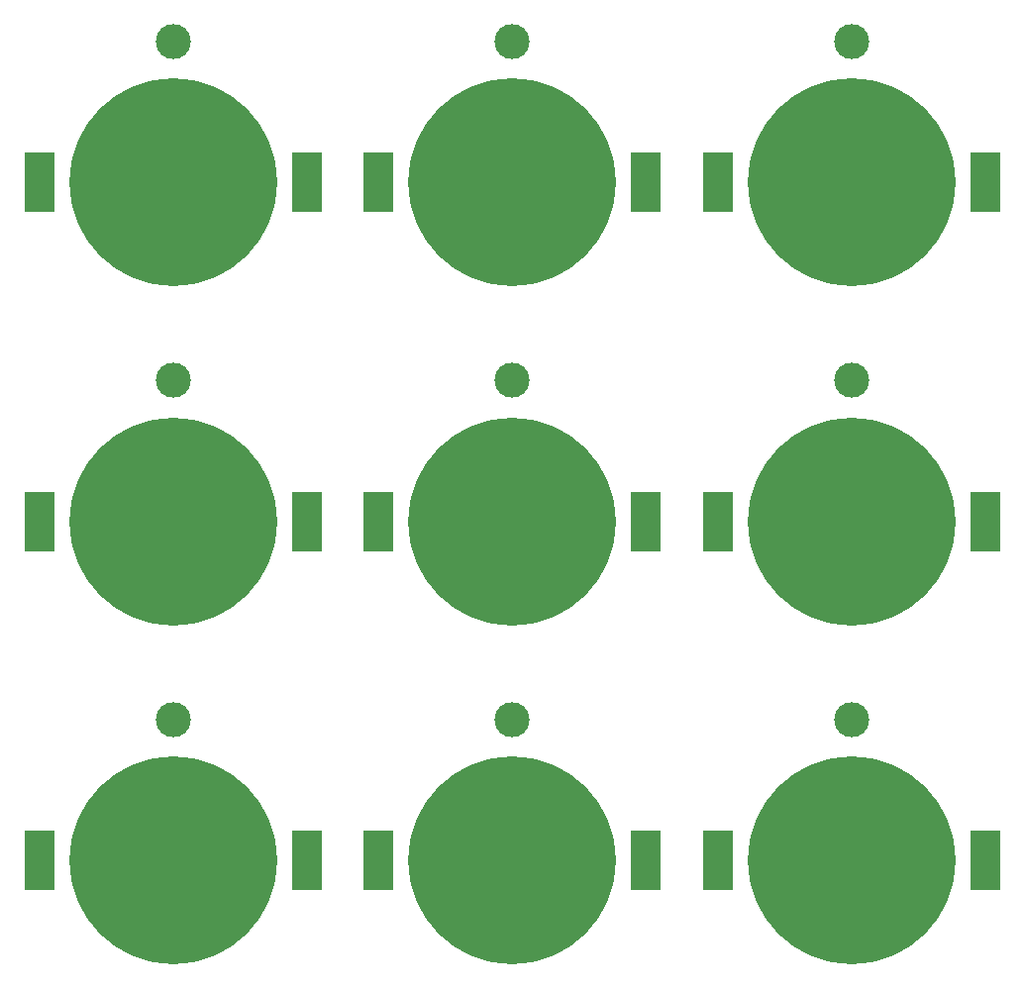
<source format=gbs>
%MOIN*%
%OFA0B0*%
%FSLAX46Y46*%
%IPPOS*%
%LPD*%
%ADD10C,0.0039370078740157488*%
%ADD11C,0.70000000000000007*%
%ADD12R,0.1X0.2*%
%ADD13C,0.11811023622047245*%
%ADD24C,0.0039370078740157488*%
%ADD25C,0.70000000000000007*%
%ADD26R,0.1X0.2*%
%ADD27C,0.11811023622047245*%
%ADD28C,0.0039370078740157488*%
%ADD29C,0.70000000000000007*%
%ADD30R,0.1X0.2*%
%ADD31C,0.11811023622047245*%
%ADD32C,0.0039370078740157488*%
%ADD33C,0.70000000000000007*%
%ADD34R,0.1X0.2*%
%ADD35C,0.11811023622047245*%
%ADD36C,0.0039370078740157488*%
%ADD37C,0.70000000000000007*%
%ADD38R,0.1X0.2*%
%ADD39C,0.11811023622047245*%
%ADD40C,0.0039370078740157488*%
%ADD41C,0.70000000000000007*%
%ADD42R,0.1X0.2*%
%ADD43C,0.11811023622047245*%
%ADD44C,0.0039370078740157488*%
%ADD45C,0.70000000000000007*%
%ADD46R,0.1X0.2*%
%ADD47C,0.11811023622047245*%
%ADD48C,0.0039370078740157488*%
%ADD49C,0.70000000000000007*%
%ADD50R,0.1X0.2*%
%ADD51C,0.11811023622047245*%
%ADD52C,0.0039370078740157488*%
%ADD53C,0.70000000000000007*%
%ADD54R,0.1X0.2*%
%ADD55C,0.11811023622047245*%
G01G01*
D10*
D11*
X-0007643492Y0004156443D02*
X0000531507Y0000481443D03*
D12*
X0000981507Y0000481443D03*
X0000081507Y0000481443D03*
D13*
X0000531507Y0000956443D03*
G04 next file*
G04 #@! TF.FileFunction,Soldermask,Bot*
G04 Gerber Fmt 4.6, Leading zero omitted, Abs format (unit mm)*
G04 Created by KiCad (PCBNEW 4.0.7) date 06/28/18 12:26:11*
G01G01*
G04 APERTURE LIST*
G04 APERTURE END LIST*
D24*
D25*
X-0006501738Y0004156443D02*
X0001673261Y0000481443D03*
D26*
X0002123261Y0000481443D03*
X0001223261Y0000481443D03*
D27*
X0001673261Y0000956443D03*
G04 next file*
G04 #@! TF.FileFunction,Soldermask,Bot*
G04 Gerber Fmt 4.6, Leading zero omitted, Abs format (unit mm)*
G04 Created by KiCad (PCBNEW 4.0.7) date 06/28/18 12:26:11*
G01G01*
G04 APERTURE LIST*
G04 APERTURE END LIST*
D28*
D29*
X-0005359983Y0004156443D02*
X0002815016Y0000481443D03*
D30*
X0003265016Y0000481443D03*
X0002365016Y0000481443D03*
D31*
X0002815016Y0000956443D03*
G04 next file*
G04 #@! TF.FileFunction,Soldermask,Bot*
G04 Gerber Fmt 4.6, Leading zero omitted, Abs format (unit mm)*
G04 Created by KiCad (PCBNEW 4.0.7) date 06/28/18 12:26:11*
G01G01*
G04 APERTURE LIST*
G04 APERTURE END LIST*
D32*
D33*
X-0007643492Y0005298069D02*
X0000531507Y0001623069D03*
D34*
X0000981507Y0001623069D03*
X0000081507Y0001623069D03*
D35*
X0000531507Y0002098069D03*
G04 next file*
G04 #@! TF.FileFunction,Soldermask,Bot*
G04 Gerber Fmt 4.6, Leading zero omitted, Abs format (unit mm)*
G04 Created by KiCad (PCBNEW 4.0.7) date 06/28/18 12:26:11*
G01G01*
G04 APERTURE LIST*
G04 APERTURE END LIST*
D36*
D37*
X-0007643492Y0006439695D02*
X0000531507Y0002764695D03*
D38*
X0000981507Y0002764695D03*
X0000081507Y0002764695D03*
D39*
X0000531507Y0003239695D03*
G04 next file*
G04 #@! TF.FileFunction,Soldermask,Bot*
G04 Gerber Fmt 4.6, Leading zero omitted, Abs format (unit mm)*
G04 Created by KiCad (PCBNEW 4.0.7) date 06/28/18 12:26:11*
G01G01*
G04 APERTURE LIST*
G04 APERTURE END LIST*
D40*
D41*
X-0006501738Y0005298069D02*
X0001673261Y0001623069D03*
D42*
X0002123261Y0001623069D03*
X0001223261Y0001623069D03*
D43*
X0001673261Y0002098069D03*
G04 next file*
G04 #@! TF.FileFunction,Soldermask,Bot*
G04 Gerber Fmt 4.6, Leading zero omitted, Abs format (unit mm)*
G04 Created by KiCad (PCBNEW 4.0.7) date 06/28/18 12:26:11*
G01G01*
G04 APERTURE LIST*
G04 APERTURE END LIST*
D44*
D45*
X-0005359983Y0005298069D02*
X0002815016Y0001623069D03*
D46*
X0003265016Y0001623069D03*
X0002365016Y0001623069D03*
D47*
X0002815016Y0002098069D03*
G04 next file*
G04 #@! TF.FileFunction,Soldermask,Bot*
G04 Gerber Fmt 4.6, Leading zero omitted, Abs format (unit mm)*
G04 Created by KiCad (PCBNEW 4.0.7) date 06/28/18 12:26:11*
G01G01*
G04 APERTURE LIST*
G04 APERTURE END LIST*
D48*
D49*
X-0006501738Y0006439695D02*
X0001673261Y0002764695D03*
D50*
X0002123261Y0002764695D03*
X0001223261Y0002764695D03*
D51*
X0001673261Y0003239695D03*
G04 next file*
G04 #@! TF.FileFunction,Soldermask,Bot*
G04 Gerber Fmt 4.6, Leading zero omitted, Abs format (unit mm)*
G04 Created by KiCad (PCBNEW 4.0.7) date 06/28/18 12:26:11*
G01G01*
G04 APERTURE LIST*
G04 APERTURE END LIST*
D52*
D53*
X-0005359983Y0006439695D02*
X0002815016Y0002764695D03*
D54*
X0003265016Y0002764695D03*
X0002365016Y0002764695D03*
D55*
X0002815016Y0003239695D03*
M02*
</source>
